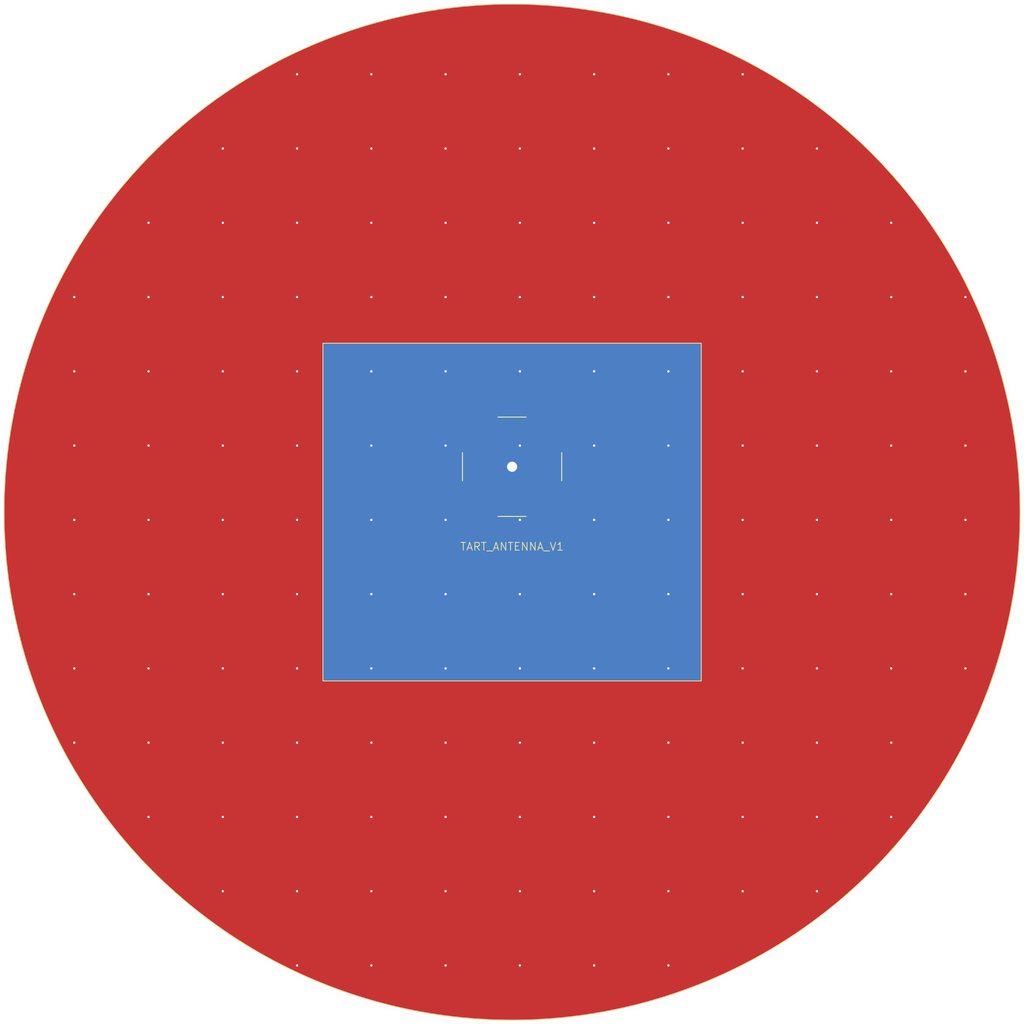
<source format=kicad_pcb>
(kicad_pcb (version 20240108) (generator "pcbnew") (generator_version "8.0")
  (title_block (title "TART_Antenna_V1") (date "2024-08-02") (company "Rikus Human"))
  (layers (0 "F.Cu" signal) (1 "In1.Cu" signal) (2 "In2.Cu" signal) (31 "B.Cu" signal) (34 "B.Paste" user) (35 "F.Paste" user) (36 "B.SilkS" user "B.Silkscreen") (37 "F.SilkS" user "F.Silkscreen") (38 "B.Mask" user) (39 "F.Mask" user) (44 "Edge.Cuts" user))
  (net 0 "")
  (net 1 "GND")
  (net 2 "unconnected-(J1-In-Pad1)")
  (footprint "1_my_custom_lib:HJ Tech HJ-9ABL2-026" (layer "F.Cu") (at 100 94.2)
    (property "Reference" "J1" (hide yes))
    (property "Value" "Conn_Coaxial_Small")
    (fp_line (start -6.35 -1.8) (end -6.35 1.8) (stroke (width 0.12)) (layer "F.SilkS"))
    (fp_line (start -1.8 -6.35) (end 1.8 -6.35) (stroke (width 0.12)) (layer "F.SilkS"))
    (fp_line (start -1.8 6.35) (end 1.8 6.35) (stroke (width 0.12)) (layer "F.SilkS"))
    (fp_line (start 6.35 -1.8) (end 6.35 1.8) (stroke (width 0.12)) (layer "F.SilkS"))
    (pad "1" thru_hole circle (at 0 0) (size 1.5 1.5) (drill 1.3) (layers "*.Cu" "*.Mask") (net 2 "unconnected-(J1-In-Pad1)"))
    (pad "2" smd circle (at -4.4 -4.4) (size 2.6 2.6) (layers "F.Cu" "F.Paste" "F.Mask") (net 1 "GND"))
    (pad "2" smd circle (at -4.4 4.4) (size 2.6 2.6) (layers "F.Cu" "F.Paste" "F.Mask") (net 1 "GND"))
    (pad "2" smd circle (at 4.4 -4.4) (size 2.6 2.6) (layers "F.Cu" "F.Paste" "F.Mask") (net 1 "GND"))
    (pad "2" smd circle (at 4.4 4.4) (size 2.6 2.6) (layers "F.Cu" "F.Paste" "F.Mask") (net 1 "GND"))
  )
  (gr_circle (center 100 100) (end 165 100) (stroke (width 0.1)) (fill none) (layer "F.SilkS"))
  (gr_rect (start 75.8 78.4) (end 124.2 121.6) (stroke (width 0.1)) (fill none) (layer "F.SilkS"))
  (gr_circle (center 100 100) (end 165.5 100) (stroke (width 0.01)) (fill none) (layer "Edge.Cuts"))
  (gr_text "TART_ANTENNA_V1" (at 100 105 0) (layer "F.SilkS") (effects (font (size 1 1) (thickness 0.1)) (justify bottom)))
  (via micro (at 81.995 43.995) (size 0.6) (drill 0.3) (layers "F.Cu" "In1.Cu") (net 1))
  (via micro (at 72.495 72.495) (size 0.6) (drill 0.3) (layers "F.Cu" "In1.Cu") (net 1))
  (via micro (at 53.495 81.995) (size 0.6) (drill 0.3) (layers "F.Cu" "In1.Cu") (net 1))
  (via micro (at 110.495 62.995) (size 0.6) (drill 0.3) (layers "F.Cu" "In1.Cu") (net 1))
  (via micro (at 129.495 62.995) (size 0.6) (drill 0.3) (layers "F.Cu" "In1.Cu") (net 1))
  (via micro (at 81.995 138.995) (size 0.6) (drill 0.3) (layers "F.Cu" "In1.Cu") (net 1))
  (via micro (at 91.495 110.495) (size 0.6) (drill 0.3) (layers "F.Cu" "In1.Cu") (net 1))
  (via micro (at 100.995 119.995) (size 0.6) (drill 0.3) (layers "F.Cu" "In1.Cu") (net 1))
  (via micro (at 157.995 81.995) (size 0.6) (drill 0.3) (layers "F.Cu" "In1.Cu") (net 1))
  (via micro (at 91.495 62.995) (size 0.6) (drill 0.3) (layers "F.Cu" "In1.Cu") (net 1))
  (via micro (at 138.995 119.995) (size 0.6) (drill 0.3) (layers "F.Cu" "In1.Cu") (net 1))
  (via micro (at 138.995 81.995) (size 0.6) (drill 0.3) (layers "F.Cu" "In1.Cu") (net 1))
  (via micro (at 43.995 119.995) (size 0.6) (drill 0.3) (layers "F.Cu" "In1.Cu") (net 1))
  (via micro (at 100.995 100.995) (size 0.6) (drill 0.3) (layers "F.Cu" "In1.Cu") (net 1))
  (via micro (at 91.495 43.995) (size 0.6) (drill 0.3) (layers "F.Cu" "In1.Cu") (net 1))
  (via micro (at 110.495 81.995) (size 0.6) (drill 0.3) (layers "F.Cu" "In1.Cu") (net 1))
  (via micro (at 148.495 72.495) (size 0.6) (drill 0.3) (layers "F.Cu" "In1.Cu") (net 1))
  (via micro (at 62.995 72.495) (size 0.6) (drill 0.3) (layers "F.Cu" "In1.Cu") (net 1))
  (via micro (at 81.995 62.995) (size 0.6) (drill 0.3) (layers "F.Cu" "In1.Cu") (net 1))
  (via micro (at 148.495 62.995) (size 0.6) (drill 0.3) (layers "F.Cu" "In1.Cu") (net 1))
  (via micro (at 91.495 119.995) (size 0.6) (drill 0.3) (layers "F.Cu" "In1.Cu") (net 1))
  (via micro (at 138.995 91.495) (size 0.6) (drill 0.3) (layers "F.Cu" "In1.Cu") (net 1))
  (via micro (at 91.495 129.495) (size 0.6) (drill 0.3) (layers "F.Cu" "In1.Cu") (net 1))
  (via micro (at 100.995 91.495) (size 0.6) (drill 0.3) (layers "F.Cu" "In1.Cu") (net 1))
  (via micro (at 110.495 138.995) (size 0.6) (drill 0.3) (layers "F.Cu" "In1.Cu") (net 1))
  (via micro (at 157.995 119.995) (size 0.6) (drill 0.3) (layers "F.Cu" "In1.Cu") (net 1))
  (via micro (at 129.495 138.995) (size 0.6) (drill 0.3) (layers "F.Cu" "In1.Cu") (net 1))
  (via micro (at 110.495 100.995) (size 0.6) (drill 0.3) (layers "F.Cu" "In1.Cu") (net 1))
  (via micro (at 110.495 53.495) (size 0.6) (drill 0.3) (layers "F.Cu" "In1.Cu") (net 1))
  (via micro (at 43.995 110.495) (size 0.6) (drill 0.3) (layers "F.Cu" "In1.Cu") (net 1))
  (via micro (at 100.995 129.495) (size 0.6) (drill 0.3) (layers "F.Cu" "In1.Cu") (net 1))
  (via micro (at 119.995 148.495) (size 0.6) (drill 0.3) (layers "F.Cu" "In1.Cu") (net 1))
  (via micro (at 62.995 100.995) (size 0.6) (drill 0.3) (layers "F.Cu" "In1.Cu") (net 1))
  (via micro (at 157.995 72.495) (size 0.6) (drill 0.3) (layers "F.Cu" "In1.Cu") (net 1))
  (via micro (at 129.495 53.495) (size 0.6) (drill 0.3) (layers "F.Cu" "In1.Cu") (net 1))
  (via micro (at 157.995 91.495) (size 0.6) (drill 0.3) (layers "F.Cu" "In1.Cu") (net 1))
  (via micro (at 138.995 53.495) (size 0.6) (drill 0.3) (layers "F.Cu" "In1.Cu") (net 1))
  (via micro (at 81.995 129.495) (size 0.6) (drill 0.3) (layers "F.Cu" "In1.Cu") (net 1))
  (via micro (at 43.995 72.495) (size 0.6) (drill 0.3) (layers "F.Cu" "In1.Cu") (net 1))
  (via micro (at 43.995 129.495) (size 0.6) (drill 0.3) (layers "F.Cu" "In1.Cu") (net 1))
  (via micro (at 138.995 148.495) (size 0.6) (drill 0.3) (layers "F.Cu" "In1.Cu") (net 1))
  (via micro (at 62.995 91.495) (size 0.6) (drill 0.3) (layers "F.Cu" "In1.Cu") (net 1))
  (via micro (at 119.995 62.995) (size 0.6) (drill 0.3) (layers "F.Cu" "In1.Cu") (net 1))
  (via micro (at 100.995 81.995) (size 0.6) (drill 0.3) (layers "F.Cu" "In1.Cu") (net 1))
  (via micro (at 157.995 110.495) (size 0.6) (drill 0.3) (layers "F.Cu" "In1.Cu") (net 1))
  (via micro (at 72.495 129.495) (size 0.6) (drill 0.3) (layers "F.Cu" "In1.Cu") (net 1))
  (via micro (at 81.995 119.995) (size 0.6) (drill 0.3) (layers "F.Cu" "In1.Cu") (net 1))
  (via micro (at 43.995 91.495) (size 0.6) (drill 0.3) (layers "F.Cu" "In1.Cu") (net 1))
  (via micro (at 110.495 119.995) (size 0.6) (drill 0.3) (layers "F.Cu" "In1.Cu") (net 1))
  (via micro (at 53.495 119.995) (size 0.6) (drill 0.3) (layers "F.Cu" "In1.Cu") (net 1))
  (via micro (at 62.995 81.995) (size 0.6) (drill 0.3) (layers "F.Cu" "In1.Cu") (net 1))
  (via micro (at 148.495 138.995) (size 0.6) (drill 0.3) (layers "F.Cu" "In1.Cu") (net 1))
  (via micro (at 81.995 81.995) (size 0.6) (drill 0.3) (layers "F.Cu" "In1.Cu") (net 1))
  (via micro (at 81.995 91.495) (size 0.6) (drill 0.3) (layers "F.Cu" "In1.Cu") (net 1))
  (via micro (at 129.495 43.995) (size 0.6) (drill 0.3) (layers "F.Cu" "In1.Cu") (net 1))
  (via micro (at 119.995 72.495) (size 0.6) (drill 0.3) (layers "F.Cu" "In1.Cu") (net 1))
  (via micro (at 157.995 100.995) (size 0.6) (drill 0.3) (layers "F.Cu" "In1.Cu") (net 1))
  (via micro (at 129.495 91.495) (size 0.6) (drill 0.3) (layers "F.Cu" "In1.Cu") (net 1))
  (via micro (at 81.995 157.995) (size 0.6) (drill 0.3) (layers "F.Cu" "In1.Cu") (net 1))
  (via micro (at 53.495 91.495) (size 0.6) (drill 0.3) (layers "F.Cu" "In1.Cu") (net 1))
  (via micro (at 91.495 53.495) (size 0.6) (drill 0.3) (layers "F.Cu" "In1.Cu") (net 1))
  (via micro (at 119.995 100.995) (size 0.6) (drill 0.3) (layers "F.Cu" "In1.Cu") (net 1))
  (via micro (at 53.495 110.495) (size 0.6) (drill 0.3) (layers "F.Cu" "In1.Cu") (net 1))
  (via micro (at 110.495 72.495) (size 0.6) (drill 0.3) (layers "F.Cu" "In1.Cu") (net 1))
  (via micro (at 119.995 157.995) (size 0.6) (drill 0.3) (layers "F.Cu" "In1.Cu") (net 1))
  (via micro (at 100.995 148.495) (size 0.6) (drill 0.3) (layers "F.Cu" "In1.Cu") (net 1))
  (via micro (at 43.995 100.995) (size 0.6) (drill 0.3) (layers "F.Cu" "In1.Cu") (net 1))
  (via micro (at 138.995 72.495) (size 0.6) (drill 0.3) (layers "F.Cu" "In1.Cu") (net 1))
  (via micro (at 72.495 53.495) (size 0.6) (drill 0.3) (layers "F.Cu" "In1.Cu") (net 1))
  (via micro (at 110.495 148.495) (size 0.6) (drill 0.3) (layers "F.Cu" "In1.Cu") (net 1))
  (via micro (at 100.995 43.995) (size 0.6) (drill 0.3) (layers "F.Cu" "In1.Cu") (net 1))
  (via micro (at 119.995 110.495) (size 0.6) (drill 0.3) (layers "F.Cu" "In1.Cu") (net 1))
  (via micro (at 91.495 72.495) (size 0.6) (drill 0.3) (layers "F.Cu" "In1.Cu") (net 1))
  (via micro (at 129.495 119.995) (size 0.6) (drill 0.3) (layers "F.Cu" "In1.Cu") (net 1))
  (via micro (at 72.495 100.995) (size 0.6) (drill 0.3) (layers "F.Cu" "In1.Cu") (net 1))
  (via micro (at 91.495 100.995) (size 0.6) (drill 0.3) (layers "F.Cu" "In1.Cu") (net 1))
  (via micro (at 62.995 119.995) (size 0.6) (drill 0.3) (layers "F.Cu" "In1.Cu") (net 1))
  (via micro (at 62.995 138.995) (size 0.6) (drill 0.3) (layers "F.Cu" "In1.Cu") (net 1))
  (via micro (at 72.495 110.495) (size 0.6) (drill 0.3) (layers "F.Cu" "In1.Cu") (net 1))
  (via micro (at 119.995 129.495) (size 0.6) (drill 0.3) (layers "F.Cu" "In1.Cu") (net 1))
  (via micro (at 110.495 129.495) (size 0.6) (drill 0.3) (layers "F.Cu" "In1.Cu") (net 1))
  (via micro (at 62.995 129.495) (size 0.6) (drill 0.3) (layers "F.Cu" "In1.Cu") (net 1))
  (via micro (at 129.495 110.495) (size 0.6) (drill 0.3) (layers "F.Cu" "In1.Cu") (net 1))
  (via micro (at 53.495 72.495) (size 0.6) (drill 0.3) (layers "F.Cu" "In1.Cu") (net 1))
  (via micro (at 148.495 119.995) (size 0.6) (drill 0.3) (layers "F.Cu" "In1.Cu") (net 1))
  (via micro (at 148.495 129.495) (size 0.6) (drill 0.3) (layers "F.Cu" "In1.Cu") (net 1))
  (via micro (at 72.495 157.995) (size 0.6) (drill 0.3) (layers "F.Cu" "In1.Cu") (net 1))
  (via micro (at 129.495 148.495) (size 0.6) (drill 0.3) (layers "F.Cu" "In1.Cu") (net 1))
  (via micro (at 110.495 91.495) (size 0.6) (drill 0.3) (layers "F.Cu" "In1.Cu") (net 1))
  (via micro (at 53.495 138.995) (size 0.6) (drill 0.3) (layers "F.Cu" "In1.Cu") (net 1))
  (via micro (at 110.495 43.995) (size 0.6) (drill 0.3) (layers "F.Cu" "In1.Cu") (net 1))
  (via micro (at 81.995 148.495) (size 0.6) (drill 0.3) (layers "F.Cu" "In1.Cu") (net 1))
  (via micro (at 119.995 119.995) (size 0.6) (drill 0.3) (layers "F.Cu" "In1.Cu") (net 1))
  (via micro (at 110.495 157.995) (size 0.6) (drill 0.3) (layers "F.Cu" "In1.Cu") (net 1))
  (via micro (at 138.995 100.995) (size 0.6) (drill 0.3) (layers "F.Cu" "In1.Cu") (net 1))
  (via micro (at 72.495 148.495) (size 0.6) (drill 0.3) (layers "F.Cu" "In1.Cu") (net 1))
  (via micro (at 91.495 81.995) (size 0.6) (drill 0.3) (layers "F.Cu" "In1.Cu") (net 1))
  (via micro (at 148.495 81.995) (size 0.6) (drill 0.3) (layers "F.Cu" "In1.Cu") (net 1))
  (via micro (at 62.995 53.495) (size 0.6) (drill 0.3) (layers "F.Cu" "In1.Cu") (net 1))
  (via micro (at 91.495 138.995) (size 0.6) (drill 0.3) (layers "F.Cu" "In1.Cu") (net 1))
  (via micro (at 62.995 62.995) (size 0.6) (drill 0.3) (layers "F.Cu" "In1.Cu") (net 1))
  (via micro (at 81.995 72.495) (size 0.6) (drill 0.3) (layers "F.Cu" "In1.Cu") (net 1))
  (via micro (at 62.995 148.495) (size 0.6) (drill 0.3) (layers "F.Cu" "In1.Cu") (net 1))
  (via micro (at 129.495 100.995) (size 0.6) (drill 0.3) (layers "F.Cu" "In1.Cu") (net 1))
  (via micro (at 138.995 110.495) (size 0.6) (drill 0.3) (layers "F.Cu" "In1.Cu") (net 1))
  (via micro (at 100.995 110.495) (size 0.6) (drill 0.3) (layers "F.Cu" "In1.Cu") (net 1))
  (via micro (at 81.995 53.495) (size 0.6) (drill 0.3) (layers "F.Cu" "In1.Cu") (net 1))
  (via micro (at 72.495 81.995) (size 0.6) (drill 0.3) (layers "F.Cu" "In1.Cu") (net 1))
  (via micro (at 100.995 138.995) (size 0.6) (drill 0.3) (layers "F.Cu" "In1.Cu") (net 1))
  (via micro (at 91.495 148.495) (size 0.6) (drill 0.3) (layers "F.Cu" "In1.Cu") (net 1))
  (via micro (at 53.495 62.995) (size 0.6) (drill 0.3) (layers "F.Cu" "In1.Cu") (net 1))
  (via micro (at 72.495 138.995) (size 0.6) (drill 0.3) (layers "F.Cu" "In1.Cu") (net 1))
  (via micro (at 129.495 81.995) (size 0.6) (drill 0.3) (layers "F.Cu" "In1.Cu") (net 1))
  (via micro (at 72.495 91.495) (size 0.6) (drill 0.3) (layers "F.Cu" "In1.Cu") (net 1))
  (via micro (at 119.995 81.995) (size 0.6) (drill 0.3) (layers "F.Cu" "In1.Cu") (net 1))
  (via micro (at 129.495 129.495) (size 0.6) (drill 0.3) (layers "F.Cu" "In1.Cu") (net 1))
  (via micro (at 53.495 100.995) (size 0.6) (drill 0.3) (layers "F.Cu" "In1.Cu") (net 1))
  (via micro (at 43.995 81.995) (size 0.6) (drill 0.3) (layers "F.Cu" "In1.Cu") (net 1))
  (via micro (at 100.995 157.995) (size 0.6) (drill 0.3) (layers "F.Cu" "In1.Cu") (net 1))
  (via micro (at 119.995 43.995) (size 0.6) (drill 0.3) (layers "F.Cu" "In1.Cu") (net 1))
  (via micro (at 91.495 91.495) (size 0.6) (drill 0.3) (layers "F.Cu" "In1.Cu") (net 1))
  (via micro (at 53.495 129.495) (size 0.6) (drill 0.3) (layers "F.Cu" "In1.Cu") (net 1))
  (via micro (at 100.995 72.495) (size 0.6) (drill 0.3) (layers "F.Cu" "In1.Cu") (net 1))
  (via micro (at 72.495 43.995) (size 0.6) (drill 0.3) (layers "F.Cu" "In1.Cu") (net 1))
  (via micro (at 110.495 110.495) (size 0.6) (drill 0.3) (layers "F.Cu" "In1.Cu") (net 1))
  (via micro (at 81.995 110.495) (size 0.6) (drill 0.3) (layers "F.Cu" "In1.Cu") (net 1))
  (via micro (at 81.995 100.995) (size 0.6) (drill 0.3) (layers "F.Cu" "In1.Cu") (net 1))
  (via micro (at 72.495 62.995) (size 0.6) (drill 0.3) (layers "F.Cu" "In1.Cu") (net 1))
  (via micro (at 148.495 110.495) (size 0.6) (drill 0.3) (layers "F.Cu" "In1.Cu") (net 1))
  (via micro (at 119.995 91.495) (size 0.6) (drill 0.3) (layers "F.Cu" "In1.Cu") (net 1))
  (via micro (at 91.495 157.995) (size 0.6) (drill 0.3) (layers "F.Cu" "In1.Cu") (net 1))
  (via micro (at 119.995 53.495) (size 0.6) (drill 0.3) (layers "F.Cu" "In1.Cu") (net 1))
  (via micro (at 148.495 91.495) (size 0.6) (drill 0.3) (layers "F.Cu" "In1.Cu") (net 1))
  (via micro (at 72.495 119.995) (size 0.6) (drill 0.3) (layers "F.Cu" "In1.Cu") (net 1))
  (via micro (at 138.995 129.495) (size 0.6) (drill 0.3) (layers "F.Cu" "In1.Cu") (net 1))
  (via micro (at 138.995 62.995) (size 0.6) (drill 0.3) (layers "F.Cu" "In1.Cu") (net 1))
  (via micro (at 100.995 53.495) (size 0.6) (drill 0.3) (layers "F.Cu" "In1.Cu") (net 1))
  (via micro (at 119.995 138.995) (size 0.6) (drill 0.3) (layers "F.Cu" "In1.Cu") (net 1))
  (via micro (at 129.495 72.495) (size 0.6) (drill 0.3) (layers "F.Cu" "In1.Cu") (net 1))
  (via micro (at 100.995 62.995) (size 0.6) (drill 0.3) (layers "F.Cu" "In1.Cu") (net 1))
  (via micro (at 138.995 138.995) (size 0.6) (drill 0.3) (layers "F.Cu" "In1.Cu") (net 1))
  (via micro (at 62.995 110.495) (size 0.6) (drill 0.3) (layers "F.Cu" "In1.Cu") (net 1))
  (via micro (at 148.495 100.995) (size 0.6) (drill 0.3) (layers "F.Cu" "In1.Cu") (net 1))
  (zone (net 1) (net_name "GND") (layer "F.Cu") (connect_pads yes (clearance 0)) (min_thickness 0.01) (fill yes (thermal_gap 0.01) (thermal_bridge_width 0.01))
    (polygon (pts (xy 165 100) (xy 164.980114 98.392262) (xy 164.920467 96.785508) (xy 164.821096 95.180721) (xy 164.682063 93.578883) (xy 164.503451 91.980974) (xy 164.285371 90.387971) (xy 164.027955 88.80085) (xy 163.731362 87.220581) (xy 163.395772 85.648132) (xy 163.021391 84.084465) (xy 162.608449 82.530536) (xy 162.157197 80.987297) (xy 161.667912 79.455691) (xy 161.140893 77.936656) (xy 160.576464 76.431121) (xy 159.974968 74.940008) (xy 159.336775 73.464228) (xy 158.662274 72.004685) (xy 157.951878 70.562273) (xy 157.206023 69.137872) (xy 156.425164 67.732356) (xy 155.60978 66.346584) (xy 154.760368 64.981404) (xy 153.87745 63.637651) (xy 152.961565 62.316148) (xy 152.013273 61.017703) (xy 151.033155 59.743111) (xy 150.021811 58.493152) (xy 148.979859 57.26859) (xy 147.907937 56.070174) (xy 146.806701 54.898639) (xy 145.676824 53.7547) (xy 144.518999 52.639059) (xy 143.333933 51.552397) (xy 142.122351 50.495379) (xy 140.884996 49.468652) (xy 139.622623 48.472845) (xy 138.336006 47.508566) (xy 137.025932 46.576406) (xy 135.693202 45.676936) (xy 134.338632 44.810705) (xy 132.963051 43.978243) (xy 131.5673 43.18006) (xy 130.152234 42.416645) (xy 128.718718 41.688464) (xy 127.267629 40.995963) (xy 125.799856 40.339565) (xy 124.316296 39.719673) (xy 122.817857 39.136666) (xy 121.305456 38.5909) (xy 119.780019 38.08271) (xy 118.242479 37.612405) (xy 116.693776 37.180275) (xy 115.134859 36.786583) (xy 113.566681 36.431571) (xy 111.990201 36.115455) (xy 110.406386 35.838429) (xy 108.816202 35.600663) (xy 107.220624 35.402302) (xy 105.620628 35.243467) (xy 104.017193 35.124256) (xy 102.411299 35.044741) (xy 100.80393 35.004972) (xy 99.19607 35.004972) (xy 97.588701 35.044741) (xy 95.982807 35.124256) (xy 94.379372 35.243467) (xy 92.779376 35.402302) (xy 91.183798 35.600663) (xy 89.593614 35.838429) (xy 88.009799 36.115455) (xy 86.433319 36.431571) (xy 84.865141 36.786583) (xy 83.306224 37.180275) (xy 81.757521 37.612405) (xy 80.219981 38.08271) (xy 78.694544 38.5909) (xy 77.182143 39.136666) (xy 75.683704 39.719673) (xy 74.200144 40.339565) (xy 72.732371 40.995963) (xy 71.281282 41.688464) (xy 69.847766 42.416645) (xy 68.4327 43.18006) (xy 67.036949 43.978243) (xy 65.661368 44.810705) (xy 64.306798 45.676936) (xy 62.974068 46.576406) (xy 61.663994 47.508566) (xy 60.377377 48.472845) (xy 59.115004 49.468652) (xy 57.877649 50.495379) (xy 56.666067 51.552397) (xy 55.481001 52.639059) (xy 54.323176 53.7547) (xy 53.193299 54.898639) (xy 52.092063 56.070174) (xy 51.020141 57.26859) (xy 49.978189 58.493152) (xy 48.966845 59.743111) (xy 47.986727 61.017703) (xy 47.038435 62.316148) (xy 46.12255 63.637651) (xy 45.239632 64.981404) (xy 44.39022 66.346584) (xy 43.574836 67.732356) (xy 42.793977 69.137872) (xy 42.048122 70.562273) (xy 41.337726 72.004685) (xy 40.663225 73.464228) (xy 40.025032 74.940008) (xy 39.423536 76.431121) (xy 38.859107 77.936656) (xy 38.332088 79.455691) (xy 37.842803 80.987297) (xy 37.391551 82.530536) (xy 36.978609 84.084465) (xy 36.604228 85.648132) (xy 36.268638 87.220581) (xy 35.972045 88.80085) (xy 35.714629 90.387971) (xy 35.496549 91.980974) (xy 35.317937 93.578883) (xy 35.178904 95.180721) (xy 35.079533 96.785508) (xy 35.019886 98.392262) (xy 35 100) (xy 35.019886 101.607738) (xy 35.079533 103.214492) (xy 35.178904 104.819279) (xy 35.317937 106.421117) (xy 35.496549 108.019026) (xy 35.714629 109.612029) (xy 35.972045 111.19915) (xy 36.268638 112.779419) (xy 36.604228 114.351868) (xy 36.978609 115.915535) (xy 37.391551 117.469464) (xy 37.842803 119.012703) (xy 38.332088 120.544309) (xy 38.859107 122.063344) (xy 39.423536 123.568879) (xy 40.025032 125.059992) (xy 40.663225 126.535772) (xy 41.337726 127.995315) (xy 42.048122 129.437727) (xy 42.793977 130.862128) (xy 43.574836 132.267644) (xy 44.39022 133.653416) (xy 45.239632 135.018596) (xy 46.12255 136.362349) (xy 47.038435 137.683852) (xy 47.986727 138.982297) (xy 48.966845 140.256889) (xy 49.978189 141.506848) (xy 51.020141 142.73141) (xy 52.092063 143.929826) (xy 53.193299 145.101361) (xy 54.323176 146.2453) (xy 55.481001 147.360941) (xy 56.666067 148.447603) (xy 57.877649 149.504621) (xy 59.115004 150.531348) (xy 60.377377 151.527155) (xy 61.663994 152.491434) (xy 62.974068 153.423594) (xy 64.306798 154.323064) (xy 65.661368 155.189295) (xy 67.036949 156.021757) (xy 68.4327 156.81994) (xy 69.847766 157.583355) (xy 71.281282 158.311536) (xy 72.732371 159.004037) (xy 74.200144 159.660435) (xy 75.683704 160.280327) (xy 77.182143 160.863334) (xy 78.694544 161.4091) (xy 80.219981 161.91729) (xy 81.757521 162.387595) (xy 83.306224 162.819725) (xy 84.865141 163.213417) (xy 86.433319 163.568429) (xy 88.009799 163.884545) (xy 89.593614 164.161571) (xy 91.183798 164.399337) (xy 92.779376 164.597698) (xy 94.379372 164.756533) (xy 95.982807 164.875744) (xy 97.588701 164.955259) (xy 99.19607 164.995028) (xy 100.80393 164.995028) (xy 102.411299 164.955259) (xy 104.017193 164.875744) (xy 105.620628 164.756533) (xy 107.220624 164.597698) (xy 108.816202 164.399337) (xy 110.406386 164.161571) (xy 111.990201 163.884545) (xy 113.566681 163.568429) (xy 115.134859 163.213417) (xy 116.693776 162.819725) (xy 118.242479 162.387595) (xy 119.780019 161.91729) (xy 121.305456 161.4091) (xy 122.817857 160.863334) (xy 124.316296 160.280327) (xy 125.799856 159.660435) (xy 127.267629 159.004037) (xy 128.718718 158.311536) (xy 130.152234 157.583355) (xy 131.5673 156.81994) (xy 132.963051 156.021757) (xy 134.338632 155.189295) (xy 135.693202 154.323064) (xy 137.025932 153.423594) (xy 138.336006 152.491434) (xy 139.622623 151.527155) (xy 140.884996 150.531348) (xy 142.122351 149.504621) (xy 143.333933 148.447603) (xy 144.518999 147.360941) (xy 145.676824 146.2453) (xy 146.806701 145.101361) (xy 147.907937 143.929826) (xy 148.979859 142.73141) (xy 150.021811 141.506848) (xy 151.033155 140.256889) (xy 152.013273 138.982297) (xy 152.961565 137.683852) (xy 153.87745 136.362349) (xy 154.760368 135.018596) (xy 155.60978 133.653416) (xy 156.425164 132.267644) (xy 157.206023 130.862128) (xy 157.951878 129.437727) (xy 158.662274 127.995315) (xy 159.336775 126.535772) (xy 159.974968 125.059992) (xy 160.576464 123.568879) (xy 161.140893 122.063344) (xy 161.667912 120.544309) (xy 162.157197 119.012703) (xy 162.608449 117.469464) (xy 163.021391 115.915535) (xy 163.395772 114.351868) (xy 163.731362 112.779419) (xy 164.027955 111.19915) (xy 164.285371 109.612029) (xy 164.503451 108.019026) (xy 164.682063 106.421117) (xy 164.821096 104.819279) (xy 164.920467 103.214492) (xy 164.980114 101.607738)))
  )
  (zone (net 0) (net_name "") (layers "F.Cu" "In1.Cu" "Edge.Cuts") (connect_pads (clearance 0)) (min_thickness 0.25)
    (keepout (tracks allowed) (vias allowed) (pads allowed) (copperpour not_allowed) (footprints allowed))
    (fill (thermal_gap 0.5) (thermal_bridge_width 0.5))
    (polygon (pts (xy 102 94.2) (xy 101.979643 93.91537) (xy 101.918986 93.636535) (xy 101.819264 93.36917) (xy 101.682507 93.118718) (xy 101.511499 92.890279) (xy 101.309721 92.688501) (xy 101.081282 92.517493) (xy 100.83083 92.380736) (xy 100.563465 92.281014) (xy 100.28463 92.220357) (xy 100 92.2) (xy 99.71537 92.220357) (xy 99.436535 92.281014) (xy 99.16917 92.380736) (xy 98.918718 92.517493) (xy 98.690279 92.688501) (xy 98.488501 92.890279) (xy 98.317493 93.118718) (xy 98.180736 93.36917) (xy 98.081014 93.636535) (xy 98.020357 93.91537) (xy 98 94.2) (xy 98.020357 94.48463) (xy 98.081014 94.763465) (xy 98.180736 95.03083) (xy 98.317493 95.281282) (xy 98.488501 95.509721) (xy 98.690279 95.711499) (xy 98.918718 95.882507) (xy 99.16917 96.019264) (xy 99.436535 96.118986) (xy 99.71537 96.179643) (xy 100 96.2) (xy 100.28463 96.179643) (xy 100.563465 96.118986) (xy 100.83083 96.019264) (xy 101.081282 95.882507) (xy 101.309721 95.711499) (xy 101.511499 95.509721) (xy 101.682507 95.281282) (xy 101.819264 95.03083) (xy 101.918986 94.763465) (xy 101.979643 94.48463)))
  )
  (zone (net 2) (net_name "unconnected-(J1-In-Pad1)") (layer "B.Cu") (connect_pads yes (clearance 0)) (min_thickness 0.25) (fill yes (thermal_gap 0.5) (thermal_bridge_width 0.5))
    (polygon (pts (xy 75.8 78.4) (xy 124.2 78.4) (xy 124.2 121.6) (xy 75.8 121.6)))
  )
)
</source>
